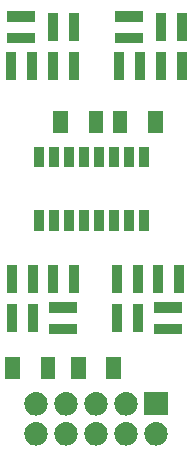
<source format=gts>
G04 #@! TF.FileFunction,Soldermask,Top*
%FSLAX46Y46*%
G04 Gerber Fmt 4.6, Leading zero omitted, Abs format (unit mm)*
G04 Created by KiCad (PCBNEW 4.0.4-stable) date 10/12/16 22:12:16*
%MOMM*%
%LPD*%
G01*
G04 APERTURE LIST*
%ADD10C,0.100000*%
G04 APERTURE END LIST*
D10*
G36*
X36013164Y-59730837D02*
X36013166Y-59730838D01*
X36013188Y-59730840D01*
X36197873Y-59788009D01*
X36367936Y-59879962D01*
X36516901Y-60003196D01*
X36639092Y-60153017D01*
X36729855Y-60323719D01*
X36785734Y-60508798D01*
X36804600Y-60701207D01*
X36804600Y-60710916D01*
X36804511Y-60723587D01*
X36804510Y-60723594D01*
X36804503Y-60724624D01*
X36782953Y-60916750D01*
X36724495Y-61101032D01*
X36631357Y-61270449D01*
X36507087Y-61418550D01*
X36356416Y-61539692D01*
X36185085Y-61629261D01*
X35999620Y-61683847D01*
X35999601Y-61683849D01*
X35999593Y-61683851D01*
X35807088Y-61701370D01*
X35614836Y-61681163D01*
X35614834Y-61681162D01*
X35614812Y-61681160D01*
X35430127Y-61623991D01*
X35260064Y-61532038D01*
X35111099Y-61408804D01*
X34988908Y-61258983D01*
X34898145Y-61088281D01*
X34842266Y-60903202D01*
X34823400Y-60710793D01*
X34823400Y-60701084D01*
X34823489Y-60688413D01*
X34823490Y-60688406D01*
X34823497Y-60687376D01*
X34845047Y-60495250D01*
X34903505Y-60310968D01*
X34996643Y-60141551D01*
X35120913Y-59993450D01*
X35271584Y-59872308D01*
X35442915Y-59782739D01*
X35628380Y-59728153D01*
X35628399Y-59728151D01*
X35628407Y-59728149D01*
X35820912Y-59710630D01*
X36013164Y-59730837D01*
X36013164Y-59730837D01*
G37*
G36*
X38553164Y-59730837D02*
X38553166Y-59730838D01*
X38553188Y-59730840D01*
X38737873Y-59788009D01*
X38907936Y-59879962D01*
X39056901Y-60003196D01*
X39179092Y-60153017D01*
X39269855Y-60323719D01*
X39325734Y-60508798D01*
X39344600Y-60701207D01*
X39344600Y-60710916D01*
X39344511Y-60723587D01*
X39344510Y-60723594D01*
X39344503Y-60724624D01*
X39322953Y-60916750D01*
X39264495Y-61101032D01*
X39171357Y-61270449D01*
X39047087Y-61418550D01*
X38896416Y-61539692D01*
X38725085Y-61629261D01*
X38539620Y-61683847D01*
X38539601Y-61683849D01*
X38539593Y-61683851D01*
X38347088Y-61701370D01*
X38154836Y-61681163D01*
X38154834Y-61681162D01*
X38154812Y-61681160D01*
X37970127Y-61623991D01*
X37800064Y-61532038D01*
X37651099Y-61408804D01*
X37528908Y-61258983D01*
X37438145Y-61088281D01*
X37382266Y-60903202D01*
X37363400Y-60710793D01*
X37363400Y-60701084D01*
X37363489Y-60688413D01*
X37363490Y-60688406D01*
X37363497Y-60687376D01*
X37385047Y-60495250D01*
X37443505Y-60310968D01*
X37536643Y-60141551D01*
X37660913Y-59993450D01*
X37811584Y-59872308D01*
X37982915Y-59782739D01*
X38168380Y-59728153D01*
X38168399Y-59728151D01*
X38168407Y-59728149D01*
X38360912Y-59710630D01*
X38553164Y-59730837D01*
X38553164Y-59730837D01*
G37*
G36*
X43633164Y-59730837D02*
X43633166Y-59730838D01*
X43633188Y-59730840D01*
X43817873Y-59788009D01*
X43987936Y-59879962D01*
X44136901Y-60003196D01*
X44259092Y-60153017D01*
X44349855Y-60323719D01*
X44405734Y-60508798D01*
X44424600Y-60701207D01*
X44424600Y-60710916D01*
X44424511Y-60723587D01*
X44424510Y-60723594D01*
X44424503Y-60724624D01*
X44402953Y-60916750D01*
X44344495Y-61101032D01*
X44251357Y-61270449D01*
X44127087Y-61418550D01*
X43976416Y-61539692D01*
X43805085Y-61629261D01*
X43619620Y-61683847D01*
X43619601Y-61683849D01*
X43619593Y-61683851D01*
X43427088Y-61701370D01*
X43234836Y-61681163D01*
X43234834Y-61681162D01*
X43234812Y-61681160D01*
X43050127Y-61623991D01*
X42880064Y-61532038D01*
X42731099Y-61408804D01*
X42608908Y-61258983D01*
X42518145Y-61088281D01*
X42462266Y-60903202D01*
X42443400Y-60710793D01*
X42443400Y-60701084D01*
X42443489Y-60688413D01*
X42443490Y-60688406D01*
X42443497Y-60687376D01*
X42465047Y-60495250D01*
X42523505Y-60310968D01*
X42616643Y-60141551D01*
X42740913Y-59993450D01*
X42891584Y-59872308D01*
X43062915Y-59782739D01*
X43248380Y-59728153D01*
X43248399Y-59728151D01*
X43248407Y-59728149D01*
X43440912Y-59710630D01*
X43633164Y-59730837D01*
X43633164Y-59730837D01*
G37*
G36*
X46173164Y-59730837D02*
X46173166Y-59730838D01*
X46173188Y-59730840D01*
X46357873Y-59788009D01*
X46527936Y-59879962D01*
X46676901Y-60003196D01*
X46799092Y-60153017D01*
X46889855Y-60323719D01*
X46945734Y-60508798D01*
X46964600Y-60701207D01*
X46964600Y-60710916D01*
X46964511Y-60723587D01*
X46964510Y-60723594D01*
X46964503Y-60724624D01*
X46942953Y-60916750D01*
X46884495Y-61101032D01*
X46791357Y-61270449D01*
X46667087Y-61418550D01*
X46516416Y-61539692D01*
X46345085Y-61629261D01*
X46159620Y-61683847D01*
X46159601Y-61683849D01*
X46159593Y-61683851D01*
X45967088Y-61701370D01*
X45774836Y-61681163D01*
X45774834Y-61681162D01*
X45774812Y-61681160D01*
X45590127Y-61623991D01*
X45420064Y-61532038D01*
X45271099Y-61408804D01*
X45148908Y-61258983D01*
X45058145Y-61088281D01*
X45002266Y-60903202D01*
X44983400Y-60710793D01*
X44983400Y-60701084D01*
X44983489Y-60688413D01*
X44983490Y-60688406D01*
X44983497Y-60687376D01*
X45005047Y-60495250D01*
X45063505Y-60310968D01*
X45156643Y-60141551D01*
X45280913Y-59993450D01*
X45431584Y-59872308D01*
X45602915Y-59782739D01*
X45788380Y-59728153D01*
X45788399Y-59728151D01*
X45788407Y-59728149D01*
X45980912Y-59710630D01*
X46173164Y-59730837D01*
X46173164Y-59730837D01*
G37*
G36*
X41093164Y-59730837D02*
X41093166Y-59730838D01*
X41093188Y-59730840D01*
X41277873Y-59788009D01*
X41447936Y-59879962D01*
X41596901Y-60003196D01*
X41719092Y-60153017D01*
X41809855Y-60323719D01*
X41865734Y-60508798D01*
X41884600Y-60701207D01*
X41884600Y-60710916D01*
X41884511Y-60723587D01*
X41884510Y-60723594D01*
X41884503Y-60724624D01*
X41862953Y-60916750D01*
X41804495Y-61101032D01*
X41711357Y-61270449D01*
X41587087Y-61418550D01*
X41436416Y-61539692D01*
X41265085Y-61629261D01*
X41079620Y-61683847D01*
X41079601Y-61683849D01*
X41079593Y-61683851D01*
X40887088Y-61701370D01*
X40694836Y-61681163D01*
X40694834Y-61681162D01*
X40694812Y-61681160D01*
X40510127Y-61623991D01*
X40340064Y-61532038D01*
X40191099Y-61408804D01*
X40068908Y-61258983D01*
X39978145Y-61088281D01*
X39922266Y-60903202D01*
X39903400Y-60710793D01*
X39903400Y-60701084D01*
X39903489Y-60688413D01*
X39903490Y-60688406D01*
X39903497Y-60687376D01*
X39925047Y-60495250D01*
X39983505Y-60310968D01*
X40076643Y-60141551D01*
X40200913Y-59993450D01*
X40351584Y-59872308D01*
X40522915Y-59782739D01*
X40708380Y-59728153D01*
X40708399Y-59728151D01*
X40708407Y-59728149D01*
X40900912Y-59710630D01*
X41093164Y-59730837D01*
X41093164Y-59730837D01*
G37*
G36*
X36013164Y-57190837D02*
X36013166Y-57190838D01*
X36013188Y-57190840D01*
X36197873Y-57248009D01*
X36367936Y-57339962D01*
X36516901Y-57463196D01*
X36639092Y-57613017D01*
X36729855Y-57783719D01*
X36785734Y-57968798D01*
X36804600Y-58161207D01*
X36804600Y-58170916D01*
X36804511Y-58183587D01*
X36804510Y-58183594D01*
X36804503Y-58184624D01*
X36782953Y-58376750D01*
X36724495Y-58561032D01*
X36631357Y-58730449D01*
X36507087Y-58878550D01*
X36356416Y-58999692D01*
X36185085Y-59089261D01*
X35999620Y-59143847D01*
X35999601Y-59143849D01*
X35999593Y-59143851D01*
X35807088Y-59161370D01*
X35614836Y-59141163D01*
X35614834Y-59141162D01*
X35614812Y-59141160D01*
X35430127Y-59083991D01*
X35260064Y-58992038D01*
X35111099Y-58868804D01*
X34988908Y-58718983D01*
X34898145Y-58548281D01*
X34842266Y-58363202D01*
X34823400Y-58170793D01*
X34823400Y-58161084D01*
X34823489Y-58148413D01*
X34823490Y-58148406D01*
X34823497Y-58147376D01*
X34845047Y-57955250D01*
X34903505Y-57770968D01*
X34996643Y-57601551D01*
X35120913Y-57453450D01*
X35271584Y-57332308D01*
X35442915Y-57242739D01*
X35628380Y-57188153D01*
X35628399Y-57188151D01*
X35628407Y-57188149D01*
X35820912Y-57170630D01*
X36013164Y-57190837D01*
X36013164Y-57190837D01*
G37*
G36*
X38553164Y-57190837D02*
X38553166Y-57190838D01*
X38553188Y-57190840D01*
X38737873Y-57248009D01*
X38907936Y-57339962D01*
X39056901Y-57463196D01*
X39179092Y-57613017D01*
X39269855Y-57783719D01*
X39325734Y-57968798D01*
X39344600Y-58161207D01*
X39344600Y-58170916D01*
X39344511Y-58183587D01*
X39344510Y-58183594D01*
X39344503Y-58184624D01*
X39322953Y-58376750D01*
X39264495Y-58561032D01*
X39171357Y-58730449D01*
X39047087Y-58878550D01*
X38896416Y-58999692D01*
X38725085Y-59089261D01*
X38539620Y-59143847D01*
X38539601Y-59143849D01*
X38539593Y-59143851D01*
X38347088Y-59161370D01*
X38154836Y-59141163D01*
X38154834Y-59141162D01*
X38154812Y-59141160D01*
X37970127Y-59083991D01*
X37800064Y-58992038D01*
X37651099Y-58868804D01*
X37528908Y-58718983D01*
X37438145Y-58548281D01*
X37382266Y-58363202D01*
X37363400Y-58170793D01*
X37363400Y-58161084D01*
X37363489Y-58148413D01*
X37363490Y-58148406D01*
X37363497Y-58147376D01*
X37385047Y-57955250D01*
X37443505Y-57770968D01*
X37536643Y-57601551D01*
X37660913Y-57453450D01*
X37811584Y-57332308D01*
X37982915Y-57242739D01*
X38168380Y-57188153D01*
X38168399Y-57188151D01*
X38168407Y-57188149D01*
X38360912Y-57170630D01*
X38553164Y-57190837D01*
X38553164Y-57190837D01*
G37*
G36*
X41093164Y-57190837D02*
X41093166Y-57190838D01*
X41093188Y-57190840D01*
X41277873Y-57248009D01*
X41447936Y-57339962D01*
X41596901Y-57463196D01*
X41719092Y-57613017D01*
X41809855Y-57783719D01*
X41865734Y-57968798D01*
X41884600Y-58161207D01*
X41884600Y-58170916D01*
X41884511Y-58183587D01*
X41884510Y-58183594D01*
X41884503Y-58184624D01*
X41862953Y-58376750D01*
X41804495Y-58561032D01*
X41711357Y-58730449D01*
X41587087Y-58878550D01*
X41436416Y-58999692D01*
X41265085Y-59089261D01*
X41079620Y-59143847D01*
X41079601Y-59143849D01*
X41079593Y-59143851D01*
X40887088Y-59161370D01*
X40694836Y-59141163D01*
X40694834Y-59141162D01*
X40694812Y-59141160D01*
X40510127Y-59083991D01*
X40340064Y-58992038D01*
X40191099Y-58868804D01*
X40068908Y-58718983D01*
X39978145Y-58548281D01*
X39922266Y-58363202D01*
X39903400Y-58170793D01*
X39903400Y-58161084D01*
X39903489Y-58148413D01*
X39903490Y-58148406D01*
X39903497Y-58147376D01*
X39925047Y-57955250D01*
X39983505Y-57770968D01*
X40076643Y-57601551D01*
X40200913Y-57453450D01*
X40351584Y-57332308D01*
X40522915Y-57242739D01*
X40708380Y-57188153D01*
X40708399Y-57188151D01*
X40708407Y-57188149D01*
X40900912Y-57170630D01*
X41093164Y-57190837D01*
X41093164Y-57190837D01*
G37*
G36*
X43633164Y-57190837D02*
X43633166Y-57190838D01*
X43633188Y-57190840D01*
X43817873Y-57248009D01*
X43987936Y-57339962D01*
X44136901Y-57463196D01*
X44259092Y-57613017D01*
X44349855Y-57783719D01*
X44405734Y-57968798D01*
X44424600Y-58161207D01*
X44424600Y-58170916D01*
X44424511Y-58183587D01*
X44424510Y-58183594D01*
X44424503Y-58184624D01*
X44402953Y-58376750D01*
X44344495Y-58561032D01*
X44251357Y-58730449D01*
X44127087Y-58878550D01*
X43976416Y-58999692D01*
X43805085Y-59089261D01*
X43619620Y-59143847D01*
X43619601Y-59143849D01*
X43619593Y-59143851D01*
X43427088Y-59161370D01*
X43234836Y-59141163D01*
X43234834Y-59141162D01*
X43234812Y-59141160D01*
X43050127Y-59083991D01*
X42880064Y-58992038D01*
X42731099Y-58868804D01*
X42608908Y-58718983D01*
X42518145Y-58548281D01*
X42462266Y-58363202D01*
X42443400Y-58170793D01*
X42443400Y-58161084D01*
X42443489Y-58148413D01*
X42443490Y-58148406D01*
X42443497Y-58147376D01*
X42465047Y-57955250D01*
X42523505Y-57770968D01*
X42616643Y-57601551D01*
X42740913Y-57453450D01*
X42891584Y-57332308D01*
X43062915Y-57242739D01*
X43248380Y-57188153D01*
X43248399Y-57188151D01*
X43248407Y-57188149D01*
X43440912Y-57170630D01*
X43633164Y-57190837D01*
X43633164Y-57190837D01*
G37*
G36*
X46964600Y-59156600D02*
X44983400Y-59156600D01*
X44983400Y-57175400D01*
X46964600Y-57175400D01*
X46964600Y-59156600D01*
X46964600Y-59156600D01*
G37*
G36*
X34457000Y-56045000D02*
X33203000Y-56045000D01*
X33203000Y-54191000D01*
X34457000Y-54191000D01*
X34457000Y-56045000D01*
X34457000Y-56045000D01*
G37*
G36*
X37457000Y-56045000D02*
X36203000Y-56045000D01*
X36203000Y-54191000D01*
X37457000Y-54191000D01*
X37457000Y-56045000D01*
X37457000Y-56045000D01*
G37*
G36*
X43021000Y-56045000D02*
X41767000Y-56045000D01*
X41767000Y-54191000D01*
X43021000Y-54191000D01*
X43021000Y-56045000D01*
X43021000Y-56045000D01*
G37*
G36*
X40021000Y-56045000D02*
X38767000Y-56045000D01*
X38767000Y-54191000D01*
X40021000Y-54191000D01*
X40021000Y-56045000D01*
X40021000Y-56045000D01*
G37*
G36*
X39291400Y-52240600D02*
X36937400Y-52240600D01*
X36937400Y-51386600D01*
X39291400Y-51386600D01*
X39291400Y-52240600D01*
X39291400Y-52240600D01*
G37*
G36*
X48181400Y-52240600D02*
X45827400Y-52240600D01*
X45827400Y-51386600D01*
X48181400Y-51386600D01*
X48181400Y-52240600D01*
X48181400Y-52240600D01*
G37*
G36*
X34223400Y-52078600D02*
X33369400Y-52078600D01*
X33369400Y-49724600D01*
X34223400Y-49724600D01*
X34223400Y-52078600D01*
X34223400Y-52078600D01*
G37*
G36*
X44913400Y-52078600D02*
X44059400Y-52078600D01*
X44059400Y-49724600D01*
X44913400Y-49724600D01*
X44913400Y-52078600D01*
X44913400Y-52078600D01*
G37*
G36*
X36023400Y-52078600D02*
X35169400Y-52078600D01*
X35169400Y-49724600D01*
X36023400Y-49724600D01*
X36023400Y-52078600D01*
X36023400Y-52078600D01*
G37*
G36*
X43113400Y-52078600D02*
X42259400Y-52078600D01*
X42259400Y-49724600D01*
X43113400Y-49724600D01*
X43113400Y-52078600D01*
X43113400Y-52078600D01*
G37*
G36*
X48181400Y-50440600D02*
X45827400Y-50440600D01*
X45827400Y-49586600D01*
X48181400Y-49586600D01*
X48181400Y-50440600D01*
X48181400Y-50440600D01*
G37*
G36*
X39291400Y-50440600D02*
X36937400Y-50440600D01*
X36937400Y-49586600D01*
X39291400Y-49586600D01*
X39291400Y-50440600D01*
X39291400Y-50440600D01*
G37*
G36*
X46531400Y-48788600D02*
X45677400Y-48788600D01*
X45677400Y-46434600D01*
X46531400Y-46434600D01*
X46531400Y-48788600D01*
X46531400Y-48788600D01*
G37*
G36*
X48331400Y-48788600D02*
X47477400Y-48788600D01*
X47477400Y-46434600D01*
X48331400Y-46434600D01*
X48331400Y-48788600D01*
X48331400Y-48788600D01*
G37*
G36*
X44913400Y-48788600D02*
X44059400Y-48788600D01*
X44059400Y-46434600D01*
X44913400Y-46434600D01*
X44913400Y-48788600D01*
X44913400Y-48788600D01*
G37*
G36*
X43113400Y-48788600D02*
X42259400Y-48788600D01*
X42259400Y-46434600D01*
X43113400Y-46434600D01*
X43113400Y-48788600D01*
X43113400Y-48788600D01*
G37*
G36*
X39441400Y-48788600D02*
X38587400Y-48788600D01*
X38587400Y-46434600D01*
X39441400Y-46434600D01*
X39441400Y-48788600D01*
X39441400Y-48788600D01*
G37*
G36*
X37641400Y-48788600D02*
X36787400Y-48788600D01*
X36787400Y-46434600D01*
X37641400Y-46434600D01*
X37641400Y-48788600D01*
X37641400Y-48788600D01*
G37*
G36*
X34223400Y-48776600D02*
X33369400Y-48776600D01*
X33369400Y-46422600D01*
X34223400Y-46422600D01*
X34223400Y-48776600D01*
X34223400Y-48776600D01*
G37*
G36*
X36023400Y-48776600D02*
X35169400Y-48776600D01*
X35169400Y-46422600D01*
X36023400Y-46422600D01*
X36023400Y-48776600D01*
X36023400Y-48776600D01*
G37*
G36*
X45410400Y-43556600D02*
X44556400Y-43556600D01*
X44556400Y-41802600D01*
X45410400Y-41802600D01*
X45410400Y-43556600D01*
X45410400Y-43556600D01*
G37*
G36*
X44140400Y-43556600D02*
X43286400Y-43556600D01*
X43286400Y-41802600D01*
X44140400Y-41802600D01*
X44140400Y-43556600D01*
X44140400Y-43556600D01*
G37*
G36*
X42870400Y-43556600D02*
X42016400Y-43556600D01*
X42016400Y-41802600D01*
X42870400Y-41802600D01*
X42870400Y-43556600D01*
X42870400Y-43556600D01*
G37*
G36*
X40330400Y-43556600D02*
X39476400Y-43556600D01*
X39476400Y-41802600D01*
X40330400Y-41802600D01*
X40330400Y-43556600D01*
X40330400Y-43556600D01*
G37*
G36*
X39060400Y-43556600D02*
X38206400Y-43556600D01*
X38206400Y-41802600D01*
X39060400Y-41802600D01*
X39060400Y-43556600D01*
X39060400Y-43556600D01*
G37*
G36*
X37790400Y-43556600D02*
X36936400Y-43556600D01*
X36936400Y-41802600D01*
X37790400Y-41802600D01*
X37790400Y-43556600D01*
X37790400Y-43556600D01*
G37*
G36*
X36520400Y-43556600D02*
X35666400Y-43556600D01*
X35666400Y-41802600D01*
X36520400Y-41802600D01*
X36520400Y-43556600D01*
X36520400Y-43556600D01*
G37*
G36*
X41600400Y-43556600D02*
X40746400Y-43556600D01*
X40746400Y-41802600D01*
X41600400Y-41802600D01*
X41600400Y-43556600D01*
X41600400Y-43556600D01*
G37*
G36*
X39060400Y-38156600D02*
X38206400Y-38156600D01*
X38206400Y-36402600D01*
X39060400Y-36402600D01*
X39060400Y-38156600D01*
X39060400Y-38156600D01*
G37*
G36*
X37790400Y-38156600D02*
X36936400Y-38156600D01*
X36936400Y-36402600D01*
X37790400Y-36402600D01*
X37790400Y-38156600D01*
X37790400Y-38156600D01*
G37*
G36*
X40330400Y-38156600D02*
X39476400Y-38156600D01*
X39476400Y-36402600D01*
X40330400Y-36402600D01*
X40330400Y-38156600D01*
X40330400Y-38156600D01*
G37*
G36*
X41600400Y-38156600D02*
X40746400Y-38156600D01*
X40746400Y-36402600D01*
X41600400Y-36402600D01*
X41600400Y-38156600D01*
X41600400Y-38156600D01*
G37*
G36*
X42870400Y-38156600D02*
X42016400Y-38156600D01*
X42016400Y-36402600D01*
X42870400Y-36402600D01*
X42870400Y-38156600D01*
X42870400Y-38156600D01*
G37*
G36*
X44140400Y-38156600D02*
X43286400Y-38156600D01*
X43286400Y-36402600D01*
X44140400Y-36402600D01*
X44140400Y-38156600D01*
X44140400Y-38156600D01*
G37*
G36*
X45410400Y-38156600D02*
X44556400Y-38156600D01*
X44556400Y-36402600D01*
X45410400Y-36402600D01*
X45410400Y-38156600D01*
X45410400Y-38156600D01*
G37*
G36*
X36520400Y-38156600D02*
X35666400Y-38156600D01*
X35666400Y-36402600D01*
X36520400Y-36402600D01*
X36520400Y-38156600D01*
X36520400Y-38156600D01*
G37*
G36*
X38521000Y-35217000D02*
X37267000Y-35217000D01*
X37267000Y-33363000D01*
X38521000Y-33363000D01*
X38521000Y-35217000D01*
X38521000Y-35217000D01*
G37*
G36*
X46553000Y-35217000D02*
X45299000Y-35217000D01*
X45299000Y-33363000D01*
X46553000Y-33363000D01*
X46553000Y-35217000D01*
X46553000Y-35217000D01*
G37*
G36*
X43553000Y-35217000D02*
X42299000Y-35217000D01*
X42299000Y-33363000D01*
X43553000Y-33363000D01*
X43553000Y-35217000D01*
X43553000Y-35217000D01*
G37*
G36*
X41521000Y-35217000D02*
X40267000Y-35217000D01*
X40267000Y-33363000D01*
X41521000Y-33363000D01*
X41521000Y-35217000D01*
X41521000Y-35217000D01*
G37*
G36*
X34085400Y-30754600D02*
X33231400Y-30754600D01*
X33231400Y-28400600D01*
X34085400Y-28400600D01*
X34085400Y-30754600D01*
X34085400Y-30754600D01*
G37*
G36*
X35885400Y-30754600D02*
X35031400Y-30754600D01*
X35031400Y-28400600D01*
X35885400Y-28400600D01*
X35885400Y-30754600D01*
X35885400Y-30754600D01*
G37*
G36*
X48585400Y-30754600D02*
X47731400Y-30754600D01*
X47731400Y-28400600D01*
X48585400Y-28400600D01*
X48585400Y-30754600D01*
X48585400Y-30754600D01*
G37*
G36*
X46785400Y-30754600D02*
X45931400Y-30754600D01*
X45931400Y-28400600D01*
X46785400Y-28400600D01*
X46785400Y-30754600D01*
X46785400Y-30754600D01*
G37*
G36*
X37641400Y-30754600D02*
X36787400Y-30754600D01*
X36787400Y-28400600D01*
X37641400Y-28400600D01*
X37641400Y-30754600D01*
X37641400Y-30754600D01*
G37*
G36*
X39441400Y-30754600D02*
X38587400Y-30754600D01*
X38587400Y-28400600D01*
X39441400Y-28400600D01*
X39441400Y-30754600D01*
X39441400Y-30754600D01*
G37*
G36*
X45029400Y-30754600D02*
X44175400Y-30754600D01*
X44175400Y-28400600D01*
X45029400Y-28400600D01*
X45029400Y-30754600D01*
X45029400Y-30754600D01*
G37*
G36*
X43229400Y-30754600D02*
X42375400Y-30754600D01*
X42375400Y-28400600D01*
X43229400Y-28400600D01*
X43229400Y-30754600D01*
X43229400Y-30754600D01*
G37*
G36*
X44879400Y-27602600D02*
X42525400Y-27602600D01*
X42525400Y-26748600D01*
X44879400Y-26748600D01*
X44879400Y-27602600D01*
X44879400Y-27602600D01*
G37*
G36*
X35735400Y-27602600D02*
X33381400Y-27602600D01*
X33381400Y-26748600D01*
X35735400Y-26748600D01*
X35735400Y-27602600D01*
X35735400Y-27602600D01*
G37*
G36*
X48585400Y-27452600D02*
X47731400Y-27452600D01*
X47731400Y-25098600D01*
X48585400Y-25098600D01*
X48585400Y-27452600D01*
X48585400Y-27452600D01*
G37*
G36*
X46785400Y-27452600D02*
X45931400Y-27452600D01*
X45931400Y-25098600D01*
X46785400Y-25098600D01*
X46785400Y-27452600D01*
X46785400Y-27452600D01*
G37*
G36*
X39441400Y-27452600D02*
X38587400Y-27452600D01*
X38587400Y-25098600D01*
X39441400Y-25098600D01*
X39441400Y-27452600D01*
X39441400Y-27452600D01*
G37*
G36*
X37641400Y-27452600D02*
X36787400Y-27452600D01*
X36787400Y-25098600D01*
X37641400Y-25098600D01*
X37641400Y-27452600D01*
X37641400Y-27452600D01*
G37*
G36*
X35735400Y-25802600D02*
X33381400Y-25802600D01*
X33381400Y-24948600D01*
X35735400Y-24948600D01*
X35735400Y-25802600D01*
X35735400Y-25802600D01*
G37*
G36*
X44879400Y-25802600D02*
X42525400Y-25802600D01*
X42525400Y-24948600D01*
X44879400Y-24948600D01*
X44879400Y-25802600D01*
X44879400Y-25802600D01*
G37*
M02*

</source>
